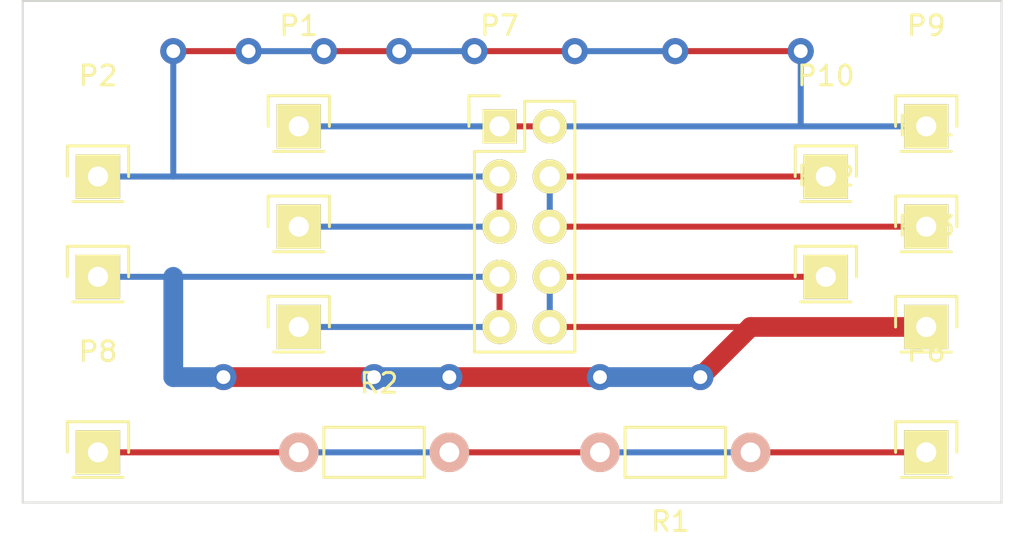
<source format=kicad_pcb>
(kicad_pcb (version 4) (host pcbnew 4.0.2+e4-6225~38~ubuntu16.04.1-stable)

  (general
    (links 21)
    (no_connects 0)
    (area 81.146867 91.389999 133.483134 119.1898)
    (thickness 1.6)
    (drawings 4)
    (tracks 67)
    (zones 0)
    (modules 15)
    (nets 6)
  )

  (page A4)
  (layers
    (0 F.Cu signal)
    (31 B.Cu signal)
    (32 B.Adhes user)
    (33 F.Adhes user)
    (34 B.Paste user)
    (35 F.Paste user)
    (36 B.SilkS user)
    (37 F.SilkS user)
    (38 B.Mask user)
    (39 F.Mask user)
    (40 Dwgs.User user)
    (41 Cmts.User user)
    (42 Eco1.User user)
    (43 Eco2.User user)
    (44 Edge.Cuts user)
    (45 Margin user)
    (46 B.CrtYd user)
    (47 F.CrtYd user)
    (48 B.Fab user)
    (49 F.Fab user)
  )

  (setup
    (last_trace_width 1)
    (user_trace_width 1)
    (trace_clearance 0.3048)
    (zone_clearance 0.508)
    (zone_45_only no)
    (trace_min 0.3048)
    (segment_width 0.2)
    (edge_width 0.1)
    (via_size 1.3208)
    (via_drill 0.7)
    (via_min_size 1.3208)
    (via_min_drill 0.7)
    (uvia_size 1.3208)
    (uvia_drill 0.7)
    (uvias_allowed no)
    (uvia_min_size 1.3208)
    (uvia_min_drill 0.7)
    (pcb_text_width 0.3)
    (pcb_text_size 1.5 1.5)
    (mod_edge_width 0.15)
    (mod_text_size 1 1)
    (mod_text_width 0.15)
    (pad_size 1.5 1.5)
    (pad_drill 0.6)
    (pad_to_mask_clearance 0)
    (aux_axis_origin 0 0)
    (visible_elements FFFFFF7F)
    (pcbplotparams
      (layerselection 0x00000_80000001)
      (usegerberextensions false)
      (excludeedgelayer true)
      (linewidth 0.100000)
      (plotframeref false)
      (viasonmask false)
      (mode 1)
      (useauxorigin false)
      (hpglpennumber 1)
      (hpglpenspeed 20)
      (hpglpendiameter 15)
      (hpglpenoverlay 2)
      (psnegative false)
      (psa4output false)
      (plotreference true)
      (plotvalue true)
      (plotinvisibletext false)
      (padsonsilk false)
      (subtractmaskfromsilk false)
      (outputformat 1)
      (mirror false)
      (drillshape 0)
      (scaleselection 1)
      (outputdirectory ""))
  )

  (net 0 "")
  (net 1 "Net-(P1-Pad1)")
  (net 2 "Net-(P4-Pad1)")
  (net 3 "Net-(P6-Pad1)")
  (net 4 "Net-(P10-Pad1)")
  (net 5 "Net-(P12-Pad1)")

  (net_class Default "This is the default net class."
    (clearance 0.3048)
    (trace_width 0.3048)
    (via_dia 1.3208)
    (via_drill 0.7)
    (uvia_dia 1.3208)
    (uvia_drill 0.7)
    (add_net "Net-(P1-Pad1)")
    (add_net "Net-(P10-Pad1)")
    (add_net "Net-(P12-Pad1)")
    (add_net "Net-(P4-Pad1)")
    (add_net "Net-(P6-Pad1)")
  )

  (module Pin_Headers:Pin_Header_Straight_1x01 (layer F.Cu) (tedit 54EA08DC) (tstamp 57912DBA)
    (at 96.52 97.79)
    (descr "Through hole pin header")
    (tags "pin header")
    (path /57912D01)
    (fp_text reference P1 (at 0 -5.1) (layer F.SilkS)
      (effects (font (size 1 1) (thickness 0.15)))
    )
    (fp_text value CONN_01X01 (at 0 -3.1) (layer F.Fab)
      (effects (font (size 1 1) (thickness 0.15)))
    )
    (fp_line (start 1.55 -1.55) (end 1.55 0) (layer F.SilkS) (width 0.15))
    (fp_line (start -1.75 -1.75) (end -1.75 1.75) (layer F.CrtYd) (width 0.05))
    (fp_line (start 1.75 -1.75) (end 1.75 1.75) (layer F.CrtYd) (width 0.05))
    (fp_line (start -1.75 -1.75) (end 1.75 -1.75) (layer F.CrtYd) (width 0.05))
    (fp_line (start -1.75 1.75) (end 1.75 1.75) (layer F.CrtYd) (width 0.05))
    (fp_line (start -1.55 0) (end -1.55 -1.55) (layer F.SilkS) (width 0.15))
    (fp_line (start -1.55 -1.55) (end 1.55 -1.55) (layer F.SilkS) (width 0.15))
    (fp_line (start -1.27 1.27) (end 1.27 1.27) (layer F.SilkS) (width 0.15))
    (pad 1 thru_hole rect (at 0 0) (size 2.2352 2.2352) (drill 1.016) (layers *.Cu *.Mask F.SilkS)
      (net 1 "Net-(P1-Pad1)"))
    (model Pin_Headers.3dshapes/Pin_Header_Straight_1x01.wrl
      (at (xyz 0 0 0))
      (scale (xyz 1 1 1))
      (rotate (xyz 0 0 90))
    )
  )

  (module Pin_Headers:Pin_Header_Straight_1x01 (layer F.Cu) (tedit 54EA08DC) (tstamp 57912DBF)
    (at 86.36 100.33)
    (descr "Through hole pin header")
    (tags "pin header")
    (path /57912D68)
    (fp_text reference P2 (at 0 -5.1) (layer F.SilkS)
      (effects (font (size 1 1) (thickness 0.15)))
    )
    (fp_text value CONN_01X01 (at 0 -3.1) (layer F.Fab)
      (effects (font (size 1 1) (thickness 0.15)))
    )
    (fp_line (start 1.55 -1.55) (end 1.55 0) (layer F.SilkS) (width 0.15))
    (fp_line (start -1.75 -1.75) (end -1.75 1.75) (layer F.CrtYd) (width 0.05))
    (fp_line (start 1.75 -1.75) (end 1.75 1.75) (layer F.CrtYd) (width 0.05))
    (fp_line (start -1.75 -1.75) (end 1.75 -1.75) (layer F.CrtYd) (width 0.05))
    (fp_line (start -1.75 1.75) (end 1.75 1.75) (layer F.CrtYd) (width 0.05))
    (fp_line (start -1.55 0) (end -1.55 -1.55) (layer F.SilkS) (width 0.15))
    (fp_line (start -1.55 -1.55) (end 1.55 -1.55) (layer F.SilkS) (width 0.15))
    (fp_line (start -1.27 1.27) (end 1.27 1.27) (layer F.SilkS) (width 0.15))
    (pad 1 thru_hole rect (at 0 0) (size 2.2352 2.2352) (drill 1.016) (layers *.Cu *.Mask F.SilkS)
      (net 1 "Net-(P1-Pad1)"))
    (model Pin_Headers.3dshapes/Pin_Header_Straight_1x01.wrl
      (at (xyz 0 0 0))
      (scale (xyz 1 1 1))
      (rotate (xyz 0 0 90))
    )
  )

  (module Pin_Headers:Pin_Header_Straight_1x01 (layer F.Cu) (tedit 54EA08DC) (tstamp 57912DC4)
    (at 96.52 102.87)
    (descr "Through hole pin header")
    (tags "pin header")
    (path /57912D8E)
    (fp_text reference P3 (at 0 -5.1) (layer F.SilkS)
      (effects (font (size 1 1) (thickness 0.15)))
    )
    (fp_text value CONN_01X01 (at 0 -3.1) (layer F.Fab)
      (effects (font (size 1 1) (thickness 0.15)))
    )
    (fp_line (start 1.55 -1.55) (end 1.55 0) (layer F.SilkS) (width 0.15))
    (fp_line (start -1.75 -1.75) (end -1.75 1.75) (layer F.CrtYd) (width 0.05))
    (fp_line (start 1.75 -1.75) (end 1.75 1.75) (layer F.CrtYd) (width 0.05))
    (fp_line (start -1.75 -1.75) (end 1.75 -1.75) (layer F.CrtYd) (width 0.05))
    (fp_line (start -1.75 1.75) (end 1.75 1.75) (layer F.CrtYd) (width 0.05))
    (fp_line (start -1.55 0) (end -1.55 -1.55) (layer F.SilkS) (width 0.15))
    (fp_line (start -1.55 -1.55) (end 1.55 -1.55) (layer F.SilkS) (width 0.15))
    (fp_line (start -1.27 1.27) (end 1.27 1.27) (layer F.SilkS) (width 0.15))
    (pad 1 thru_hole rect (at 0 0) (size 2.2352 2.2352) (drill 1.016) (layers *.Cu *.Mask F.SilkS)
      (net 1 "Net-(P1-Pad1)"))
    (model Pin_Headers.3dshapes/Pin_Header_Straight_1x01.wrl
      (at (xyz 0 0 0))
      (scale (xyz 1 1 1))
      (rotate (xyz 0 0 90))
    )
  )

  (module Pin_Headers:Pin_Header_Straight_1x01 (layer F.Cu) (tedit 54EA08DC) (tstamp 57912DC9)
    (at 86.36 105.41)
    (descr "Through hole pin header")
    (tags "pin header")
    (path /57912DB0)
    (fp_text reference P4 (at 0 -5.1) (layer F.SilkS)
      (effects (font (size 1 1) (thickness 0.15)))
    )
    (fp_text value CONN_01X01 (at 0 -3.1) (layer F.Fab)
      (effects (font (size 1 1) (thickness 0.15)))
    )
    (fp_line (start 1.55 -1.55) (end 1.55 0) (layer F.SilkS) (width 0.15))
    (fp_line (start -1.75 -1.75) (end -1.75 1.75) (layer F.CrtYd) (width 0.05))
    (fp_line (start 1.75 -1.75) (end 1.75 1.75) (layer F.CrtYd) (width 0.05))
    (fp_line (start -1.75 -1.75) (end 1.75 -1.75) (layer F.CrtYd) (width 0.05))
    (fp_line (start -1.75 1.75) (end 1.75 1.75) (layer F.CrtYd) (width 0.05))
    (fp_line (start -1.55 0) (end -1.55 -1.55) (layer F.SilkS) (width 0.15))
    (fp_line (start -1.55 -1.55) (end 1.55 -1.55) (layer F.SilkS) (width 0.15))
    (fp_line (start -1.27 1.27) (end 1.27 1.27) (layer F.SilkS) (width 0.15))
    (pad 1 thru_hole rect (at 0 0) (size 2.2352 2.2352) (drill 1.016) (layers *.Cu *.Mask F.SilkS)
      (net 2 "Net-(P4-Pad1)"))
    (model Pin_Headers.3dshapes/Pin_Header_Straight_1x01.wrl
      (at (xyz 0 0 0))
      (scale (xyz 1 1 1))
      (rotate (xyz 0 0 90))
    )
  )

  (module Pin_Headers:Pin_Header_Straight_1x01 (layer F.Cu) (tedit 54EA08DC) (tstamp 57912DCE)
    (at 96.52 107.95)
    (descr "Through hole pin header")
    (tags "pin header")
    (path /57912DDD)
    (fp_text reference P5 (at 0 -5.1) (layer F.SilkS)
      (effects (font (size 1 1) (thickness 0.15)))
    )
    (fp_text value CONN_01X01 (at 0 -3.1) (layer F.Fab)
      (effects (font (size 1 1) (thickness 0.15)))
    )
    (fp_line (start 1.55 -1.55) (end 1.55 0) (layer F.SilkS) (width 0.15))
    (fp_line (start -1.75 -1.75) (end -1.75 1.75) (layer F.CrtYd) (width 0.05))
    (fp_line (start 1.75 -1.75) (end 1.75 1.75) (layer F.CrtYd) (width 0.05))
    (fp_line (start -1.75 -1.75) (end 1.75 -1.75) (layer F.CrtYd) (width 0.05))
    (fp_line (start -1.75 1.75) (end 1.75 1.75) (layer F.CrtYd) (width 0.05))
    (fp_line (start -1.55 0) (end -1.55 -1.55) (layer F.SilkS) (width 0.15))
    (fp_line (start -1.55 -1.55) (end 1.55 -1.55) (layer F.SilkS) (width 0.15))
    (fp_line (start -1.27 1.27) (end 1.27 1.27) (layer F.SilkS) (width 0.15))
    (pad 1 thru_hole rect (at 0 0) (size 2.2352 2.2352) (drill 1.016) (layers *.Cu *.Mask F.SilkS)
      (net 2 "Net-(P4-Pad1)"))
    (model Pin_Headers.3dshapes/Pin_Header_Straight_1x01.wrl
      (at (xyz 0 0 0))
      (scale (xyz 1 1 1))
      (rotate (xyz 0 0 90))
    )
  )

  (module Pin_Headers:Pin_Header_Straight_1x01 (layer F.Cu) (tedit 54EA08DC) (tstamp 57912DD3)
    (at 128.27 114.3)
    (descr "Through hole pin header")
    (tags "pin header")
    (path /57912FFD)
    (fp_text reference P6 (at 0 -5.1) (layer F.SilkS)
      (effects (font (size 1 1) (thickness 0.15)))
    )
    (fp_text value CONN_01X01 (at 0 -3.1) (layer F.Fab)
      (effects (font (size 1 1) (thickness 0.15)))
    )
    (fp_line (start 1.55 -1.55) (end 1.55 0) (layer F.SilkS) (width 0.15))
    (fp_line (start -1.75 -1.75) (end -1.75 1.75) (layer F.CrtYd) (width 0.05))
    (fp_line (start 1.75 -1.75) (end 1.75 1.75) (layer F.CrtYd) (width 0.05))
    (fp_line (start -1.75 -1.75) (end 1.75 -1.75) (layer F.CrtYd) (width 0.05))
    (fp_line (start -1.75 1.75) (end 1.75 1.75) (layer F.CrtYd) (width 0.05))
    (fp_line (start -1.55 0) (end -1.55 -1.55) (layer F.SilkS) (width 0.15))
    (fp_line (start -1.55 -1.55) (end 1.55 -1.55) (layer F.SilkS) (width 0.15))
    (fp_line (start -1.27 1.27) (end 1.27 1.27) (layer F.SilkS) (width 0.15))
    (pad 1 thru_hole rect (at 0 0) (size 2.2352 2.2352) (drill 1.016) (layers *.Cu *.Mask F.SilkS)
      (net 3 "Net-(P6-Pad1)"))
    (model Pin_Headers.3dshapes/Pin_Header_Straight_1x01.wrl
      (at (xyz 0 0 0))
      (scale (xyz 1 1 1))
      (rotate (xyz 0 0 90))
    )
  )

  (module Pin_Headers:Pin_Header_Straight_2x05 (layer F.Cu) (tedit 0) (tstamp 57912DE1)
    (at 106.68 97.79)
    (descr "Through hole pin header")
    (tags "pin header")
    (path /57912B64)
    (fp_text reference P7 (at 0 -5.1) (layer F.SilkS)
      (effects (font (size 1 1) (thickness 0.15)))
    )
    (fp_text value CONN_02X05 (at 0 -3.1) (layer F.Fab)
      (effects (font (size 1 1) (thickness 0.15)))
    )
    (fp_line (start -1.75 -1.75) (end -1.75 11.95) (layer F.CrtYd) (width 0.05))
    (fp_line (start 4.3 -1.75) (end 4.3 11.95) (layer F.CrtYd) (width 0.05))
    (fp_line (start -1.75 -1.75) (end 4.3 -1.75) (layer F.CrtYd) (width 0.05))
    (fp_line (start -1.75 11.95) (end 4.3 11.95) (layer F.CrtYd) (width 0.05))
    (fp_line (start 3.81 -1.27) (end 3.81 11.43) (layer F.SilkS) (width 0.15))
    (fp_line (start 3.81 11.43) (end -1.27 11.43) (layer F.SilkS) (width 0.15))
    (fp_line (start -1.27 11.43) (end -1.27 1.27) (layer F.SilkS) (width 0.15))
    (fp_line (start 3.81 -1.27) (end 1.27 -1.27) (layer F.SilkS) (width 0.15))
    (fp_line (start 0 -1.55) (end -1.55 -1.55) (layer F.SilkS) (width 0.15))
    (fp_line (start 1.27 -1.27) (end 1.27 1.27) (layer F.SilkS) (width 0.15))
    (fp_line (start 1.27 1.27) (end -1.27 1.27) (layer F.SilkS) (width 0.15))
    (fp_line (start -1.55 -1.55) (end -1.55 0) (layer F.SilkS) (width 0.15))
    (pad 1 thru_hole rect (at 0 0) (size 1.7272 1.7272) (drill 1.016) (layers *.Cu *.Mask F.SilkS)
      (net 1 "Net-(P1-Pad1)"))
    (pad 2 thru_hole oval (at 2.54 0) (size 1.7272 1.7272) (drill 1.016) (layers *.Cu *.Mask F.SilkS)
      (net 1 "Net-(P1-Pad1)"))
    (pad 3 thru_hole oval (at 0 2.54) (size 1.7272 1.7272) (drill 1.016) (layers *.Cu *.Mask F.SilkS)
      (net 1 "Net-(P1-Pad1)"))
    (pad 4 thru_hole oval (at 2.54 2.54) (size 1.7272 1.7272) (drill 1.016) (layers *.Cu *.Mask F.SilkS)
      (net 4 "Net-(P10-Pad1)"))
    (pad 5 thru_hole oval (at 0 5.08) (size 1.7272 1.7272) (drill 1.016) (layers *.Cu *.Mask F.SilkS)
      (net 1 "Net-(P1-Pad1)"))
    (pad 6 thru_hole oval (at 2.54 5.08) (size 1.7272 1.7272) (drill 1.016) (layers *.Cu *.Mask F.SilkS)
      (net 4 "Net-(P10-Pad1)"))
    (pad 7 thru_hole oval (at 0 7.62) (size 1.7272 1.7272) (drill 1.016) (layers *.Cu *.Mask F.SilkS)
      (net 2 "Net-(P4-Pad1)"))
    (pad 8 thru_hole oval (at 2.54 7.62) (size 1.7272 1.7272) (drill 1.016) (layers *.Cu *.Mask F.SilkS)
      (net 5 "Net-(P12-Pad1)"))
    (pad 9 thru_hole oval (at 0 10.16) (size 1.7272 1.7272) (drill 1.016) (layers *.Cu *.Mask F.SilkS)
      (net 2 "Net-(P4-Pad1)"))
    (pad 10 thru_hole oval (at 2.54 10.16) (size 1.7272 1.7272) (drill 1.016) (layers *.Cu *.Mask F.SilkS)
      (net 5 "Net-(P12-Pad1)"))
    (model Pin_Headers.3dshapes/Pin_Header_Straight_2x05.wrl
      (at (xyz 0.05 -0.2 0))
      (scale (xyz 1 1 1))
      (rotate (xyz 0 0 90))
    )
  )

  (module Pin_Headers:Pin_Header_Straight_1x01 (layer F.Cu) (tedit 54EA08DC) (tstamp 57912DE6)
    (at 86.36 114.3)
    (descr "Through hole pin header")
    (tags "pin header")
    (path /57913069)
    (fp_text reference P8 (at 0 -5.1) (layer F.SilkS)
      (effects (font (size 1 1) (thickness 0.15)))
    )
    (fp_text value CONN_01X01 (at 0 -3.1) (layer F.Fab)
      (effects (font (size 1 1) (thickness 0.15)))
    )
    (fp_line (start 1.55 -1.55) (end 1.55 0) (layer F.SilkS) (width 0.15))
    (fp_line (start -1.75 -1.75) (end -1.75 1.75) (layer F.CrtYd) (width 0.05))
    (fp_line (start 1.75 -1.75) (end 1.75 1.75) (layer F.CrtYd) (width 0.05))
    (fp_line (start -1.75 -1.75) (end 1.75 -1.75) (layer F.CrtYd) (width 0.05))
    (fp_line (start -1.75 1.75) (end 1.75 1.75) (layer F.CrtYd) (width 0.05))
    (fp_line (start -1.55 0) (end -1.55 -1.55) (layer F.SilkS) (width 0.15))
    (fp_line (start -1.55 -1.55) (end 1.55 -1.55) (layer F.SilkS) (width 0.15))
    (fp_line (start -1.27 1.27) (end 1.27 1.27) (layer F.SilkS) (width 0.15))
    (pad 1 thru_hole rect (at 0 0) (size 2.2352 2.2352) (drill 1.016) (layers *.Cu *.Mask F.SilkS)
      (net 3 "Net-(P6-Pad1)"))
    (model Pin_Headers.3dshapes/Pin_Header_Straight_1x01.wrl
      (at (xyz 0 0 0))
      (scale (xyz 1 1 1))
      (rotate (xyz 0 0 90))
    )
  )

  (module Pin_Headers:Pin_Header_Straight_1x01 (layer F.Cu) (tedit 54EA08DC) (tstamp 57912DEB)
    (at 128.27 97.79)
    (descr "Through hole pin header")
    (tags "pin header")
    (path /57912E0D)
    (fp_text reference P9 (at 0 -5.1) (layer F.SilkS)
      (effects (font (size 1 1) (thickness 0.15)))
    )
    (fp_text value CONN_01X01 (at 0 -3.1) (layer F.Fab)
      (effects (font (size 1 1) (thickness 0.15)))
    )
    (fp_line (start 1.55 -1.55) (end 1.55 0) (layer F.SilkS) (width 0.15))
    (fp_line (start -1.75 -1.75) (end -1.75 1.75) (layer F.CrtYd) (width 0.05))
    (fp_line (start 1.75 -1.75) (end 1.75 1.75) (layer F.CrtYd) (width 0.05))
    (fp_line (start -1.75 -1.75) (end 1.75 -1.75) (layer F.CrtYd) (width 0.05))
    (fp_line (start -1.75 1.75) (end 1.75 1.75) (layer F.CrtYd) (width 0.05))
    (fp_line (start -1.55 0) (end -1.55 -1.55) (layer F.SilkS) (width 0.15))
    (fp_line (start -1.55 -1.55) (end 1.55 -1.55) (layer F.SilkS) (width 0.15))
    (fp_line (start -1.27 1.27) (end 1.27 1.27) (layer F.SilkS) (width 0.15))
    (pad 1 thru_hole rect (at 0 0) (size 2.2352 2.2352) (drill 1.016) (layers *.Cu *.Mask F.SilkS)
      (net 1 "Net-(P1-Pad1)"))
    (model Pin_Headers.3dshapes/Pin_Header_Straight_1x01.wrl
      (at (xyz 0 0 0))
      (scale (xyz 1 1 1))
      (rotate (xyz 0 0 90))
    )
  )

  (module Pin_Headers:Pin_Header_Straight_1x01 (layer F.Cu) (tedit 54EA08DC) (tstamp 57912DF0)
    (at 123.19 100.33)
    (descr "Through hole pin header")
    (tags "pin header")
    (path /57912EA4)
    (fp_text reference P10 (at 0 -5.1) (layer F.SilkS)
      (effects (font (size 1 1) (thickness 0.15)))
    )
    (fp_text value CONN_01X01 (at 0 -3.1) (layer F.Fab)
      (effects (font (size 1 1) (thickness 0.15)))
    )
    (fp_line (start 1.55 -1.55) (end 1.55 0) (layer F.SilkS) (width 0.15))
    (fp_line (start -1.75 -1.75) (end -1.75 1.75) (layer F.CrtYd) (width 0.05))
    (fp_line (start 1.75 -1.75) (end 1.75 1.75) (layer F.CrtYd) (width 0.05))
    (fp_line (start -1.75 -1.75) (end 1.75 -1.75) (layer F.CrtYd) (width 0.05))
    (fp_line (start -1.75 1.75) (end 1.75 1.75) (layer F.CrtYd) (width 0.05))
    (fp_line (start -1.55 0) (end -1.55 -1.55) (layer F.SilkS) (width 0.15))
    (fp_line (start -1.55 -1.55) (end 1.55 -1.55) (layer F.SilkS) (width 0.15))
    (fp_line (start -1.27 1.27) (end 1.27 1.27) (layer F.SilkS) (width 0.15))
    (pad 1 thru_hole rect (at 0 0) (size 2.2352 2.2352) (drill 1.016) (layers *.Cu *.Mask F.SilkS)
      (net 4 "Net-(P10-Pad1)"))
    (model Pin_Headers.3dshapes/Pin_Header_Straight_1x01.wrl
      (at (xyz 0 0 0))
      (scale (xyz 1 1 1))
      (rotate (xyz 0 0 90))
    )
  )

  (module Pin_Headers:Pin_Header_Straight_1x01 (layer F.Cu) (tedit 54EA08DC) (tstamp 57912DF5)
    (at 128.27 102.87)
    (descr "Through hole pin header")
    (tags "pin header")
    (path /57912ED2)
    (fp_text reference P11 (at 0 -5.1) (layer F.SilkS)
      (effects (font (size 1 1) (thickness 0.15)))
    )
    (fp_text value CONN_01X01 (at 0 -3.1) (layer F.Fab)
      (effects (font (size 1 1) (thickness 0.15)))
    )
    (fp_line (start 1.55 -1.55) (end 1.55 0) (layer F.SilkS) (width 0.15))
    (fp_line (start -1.75 -1.75) (end -1.75 1.75) (layer F.CrtYd) (width 0.05))
    (fp_line (start 1.75 -1.75) (end 1.75 1.75) (layer F.CrtYd) (width 0.05))
    (fp_line (start -1.75 -1.75) (end 1.75 -1.75) (layer F.CrtYd) (width 0.05))
    (fp_line (start -1.75 1.75) (end 1.75 1.75) (layer F.CrtYd) (width 0.05))
    (fp_line (start -1.55 0) (end -1.55 -1.55) (layer F.SilkS) (width 0.15))
    (fp_line (start -1.55 -1.55) (end 1.55 -1.55) (layer F.SilkS) (width 0.15))
    (fp_line (start -1.27 1.27) (end 1.27 1.27) (layer F.SilkS) (width 0.15))
    (pad 1 thru_hole rect (at 0 0) (size 2.2352 2.2352) (drill 1.016) (layers *.Cu *.Mask F.SilkS)
      (net 4 "Net-(P10-Pad1)"))
    (model Pin_Headers.3dshapes/Pin_Header_Straight_1x01.wrl
      (at (xyz 0 0 0))
      (scale (xyz 1 1 1))
      (rotate (xyz 0 0 90))
    )
  )

  (module Pin_Headers:Pin_Header_Straight_1x01 (layer F.Cu) (tedit 54EA08DC) (tstamp 57912DFA)
    (at 123.19 105.41)
    (descr "Through hole pin header")
    (tags "pin header")
    (path /57912F19)
    (fp_text reference P12 (at 0 -5.1) (layer F.SilkS)
      (effects (font (size 1 1) (thickness 0.15)))
    )
    (fp_text value CONN_01X01 (at 0 -3.1) (layer F.Fab)
      (effects (font (size 1 1) (thickness 0.15)))
    )
    (fp_line (start 1.55 -1.55) (end 1.55 0) (layer F.SilkS) (width 0.15))
    (fp_line (start -1.75 -1.75) (end -1.75 1.75) (layer F.CrtYd) (width 0.05))
    (fp_line (start 1.75 -1.75) (end 1.75 1.75) (layer F.CrtYd) (width 0.05))
    (fp_line (start -1.75 -1.75) (end 1.75 -1.75) (layer F.CrtYd) (width 0.05))
    (fp_line (start -1.75 1.75) (end 1.75 1.75) (layer F.CrtYd) (width 0.05))
    (fp_line (start -1.55 0) (end -1.55 -1.55) (layer F.SilkS) (width 0.15))
    (fp_line (start -1.55 -1.55) (end 1.55 -1.55) (layer F.SilkS) (width 0.15))
    (fp_line (start -1.27 1.27) (end 1.27 1.27) (layer F.SilkS) (width 0.15))
    (pad 1 thru_hole rect (at 0 0) (size 2.2352 2.2352) (drill 1.016) (layers *.Cu *.Mask F.SilkS)
      (net 5 "Net-(P12-Pad1)"))
    (model Pin_Headers.3dshapes/Pin_Header_Straight_1x01.wrl
      (at (xyz 0 0 0))
      (scale (xyz 1 1 1))
      (rotate (xyz 0 0 90))
    )
  )

  (module Pin_Headers:Pin_Header_Straight_1x01 (layer F.Cu) (tedit 54EA08DC) (tstamp 57912DFF)
    (at 128.27 107.95)
    (descr "Through hole pin header")
    (tags "pin header")
    (path /57912F4D)
    (fp_text reference P13 (at 0 -5.1) (layer F.SilkS)
      (effects (font (size 1 1) (thickness 0.15)))
    )
    (fp_text value CONN_01X01 (at 0 -3.1) (layer F.Fab)
      (effects (font (size 1 1) (thickness 0.15)))
    )
    (fp_line (start 1.55 -1.55) (end 1.55 0) (layer F.SilkS) (width 0.15))
    (fp_line (start -1.75 -1.75) (end -1.75 1.75) (layer F.CrtYd) (width 0.05))
    (fp_line (start 1.75 -1.75) (end 1.75 1.75) (layer F.CrtYd) (width 0.05))
    (fp_line (start -1.75 -1.75) (end 1.75 -1.75) (layer F.CrtYd) (width 0.05))
    (fp_line (start -1.75 1.75) (end 1.75 1.75) (layer F.CrtYd) (width 0.05))
    (fp_line (start -1.55 0) (end -1.55 -1.55) (layer F.SilkS) (width 0.15))
    (fp_line (start -1.55 -1.55) (end 1.55 -1.55) (layer F.SilkS) (width 0.15))
    (fp_line (start -1.27 1.27) (end 1.27 1.27) (layer F.SilkS) (width 0.15))
    (pad 1 thru_hole rect (at 0 0) (size 2.2352 2.2352) (drill 1.016) (layers *.Cu *.Mask F.SilkS)
      (net 5 "Net-(P12-Pad1)"))
    (model Pin_Headers.3dshapes/Pin_Header_Straight_1x01.wrl
      (at (xyz 0 0 0))
      (scale (xyz 1 1 1))
      (rotate (xyz 0 0 90))
    )
  )

  (module Resistors_ThroughHole:Resistor_Horizontal_RM7mm (layer F.Cu) (tedit 569FCF07) (tstamp 57912E05)
    (at 119.38 114.3 180)
    (descr "Resistor, Axial,  RM 7.62mm, 1/3W,")
    (tags "Resistor Axial RM 7.62mm 1/3W R3")
    (path /57912B26)
    (fp_text reference R1 (at 4.05892 -3.50012 180) (layer F.SilkS)
      (effects (font (size 1 1) (thickness 0.15)))
    )
    (fp_text value R (at 3.81 3.81 180) (layer F.Fab)
      (effects (font (size 1 1) (thickness 0.15)))
    )
    (fp_line (start -1.25 -1.5) (end 8.85 -1.5) (layer F.CrtYd) (width 0.05))
    (fp_line (start -1.25 1.5) (end -1.25 -1.5) (layer F.CrtYd) (width 0.05))
    (fp_line (start 8.85 -1.5) (end 8.85 1.5) (layer F.CrtYd) (width 0.05))
    (fp_line (start -1.25 1.5) (end 8.85 1.5) (layer F.CrtYd) (width 0.05))
    (fp_line (start 1.27 -1.27) (end 6.35 -1.27) (layer F.SilkS) (width 0.15))
    (fp_line (start 6.35 -1.27) (end 6.35 1.27) (layer F.SilkS) (width 0.15))
    (fp_line (start 6.35 1.27) (end 1.27 1.27) (layer F.SilkS) (width 0.15))
    (fp_line (start 1.27 1.27) (end 1.27 -1.27) (layer F.SilkS) (width 0.15))
    (pad 1 thru_hole circle (at 0 0 180) (size 1.99898 1.99898) (drill 1.00076) (layers *.Cu *.SilkS *.Mask)
      (net 3 "Net-(P6-Pad1)"))
    (pad 2 thru_hole circle (at 7.62 0 180) (size 1.99898 1.99898) (drill 1.00076) (layers *.Cu *.SilkS *.Mask)
      (net 3 "Net-(P6-Pad1)"))
  )

  (module Resistors_ThroughHole:Resistor_Horizontal_RM7mm (layer F.Cu) (tedit 569FCF07) (tstamp 57912E0B)
    (at 96.52 114.3)
    (descr "Resistor, Axial,  RM 7.62mm, 1/3W,")
    (tags "Resistor Axial RM 7.62mm 1/3W R3")
    (path /57912AD6)
    (fp_text reference R2 (at 4.05892 -3.50012) (layer F.SilkS)
      (effects (font (size 1 1) (thickness 0.15)))
    )
    (fp_text value R (at 3.81 3.81) (layer F.Fab)
      (effects (font (size 1 1) (thickness 0.15)))
    )
    (fp_line (start -1.25 -1.5) (end 8.85 -1.5) (layer F.CrtYd) (width 0.05))
    (fp_line (start -1.25 1.5) (end -1.25 -1.5) (layer F.CrtYd) (width 0.05))
    (fp_line (start 8.85 -1.5) (end 8.85 1.5) (layer F.CrtYd) (width 0.05))
    (fp_line (start -1.25 1.5) (end 8.85 1.5) (layer F.CrtYd) (width 0.05))
    (fp_line (start 1.27 -1.27) (end 6.35 -1.27) (layer F.SilkS) (width 0.15))
    (fp_line (start 6.35 -1.27) (end 6.35 1.27) (layer F.SilkS) (width 0.15))
    (fp_line (start 6.35 1.27) (end 1.27 1.27) (layer F.SilkS) (width 0.15))
    (fp_line (start 1.27 1.27) (end 1.27 -1.27) (layer F.SilkS) (width 0.15))
    (pad 1 thru_hole circle (at 0 0) (size 1.99898 1.99898) (drill 1.00076) (layers *.Cu *.SilkS *.Mask)
      (net 3 "Net-(P6-Pad1)"))
    (pad 2 thru_hole circle (at 7.62 0) (size 1.99898 1.99898) (drill 1.00076) (layers *.Cu *.SilkS *.Mask)
      (net 3 "Net-(P6-Pad1)"))
  )

  (gr_line (start 82.55 116.84) (end 82.55 91.44) (angle 90) (layer Edge.Cuts) (width 0.1))
  (gr_line (start 132.08 116.84) (end 82.55 116.84) (angle 90) (layer Edge.Cuts) (width 0.1))
  (gr_line (start 132.08 91.44) (end 132.08 116.84) (angle 90) (layer Edge.Cuts) (width 0.1))
  (gr_line (start 82.55 91.44) (end 132.08 91.44) (angle 90) (layer Edge.Cuts) (width 0.1))

  (segment (start 90.17 100.33) (end 90.17 93.98) (width 0.3048) (layer B.Cu) (net 1))
  (segment (start 121.92 93.98) (end 121.92 97.79) (width 0.3048) (layer B.Cu) (net 1) (tstamp 57912F44))
  (via (at 121.92 93.98) (size 1.3208) (drill 0.7) (layers F.Cu B.Cu) (net 1))
  (segment (start 115.57 93.98) (end 121.92 93.98) (width 0.3048) (layer F.Cu) (net 1) (tstamp 57912F41))
  (via (at 115.57 93.98) (size 1.3208) (drill 0.7) (layers F.Cu B.Cu) (net 1))
  (segment (start 110.49 93.98) (end 115.57 93.98) (width 0.3048) (layer B.Cu) (net 1) (tstamp 57912F3E))
  (via (at 110.49 93.98) (size 1.3208) (drill 0.7) (layers F.Cu B.Cu) (net 1))
  (segment (start 105.41 93.98) (end 110.49 93.98) (width 0.3048) (layer F.Cu) (net 1) (tstamp 57912F3B))
  (via (at 105.41 93.98) (size 1.3208) (drill 0.7) (layers F.Cu B.Cu) (net 1))
  (segment (start 101.6 93.98) (end 105.41 93.98) (width 0.3048) (layer B.Cu) (net 1) (tstamp 57912F38))
  (via (at 101.6 93.98) (size 1.3208) (drill 0.7) (layers F.Cu B.Cu) (net 1))
  (segment (start 97.79 93.98) (end 101.6 93.98) (width 0.3048) (layer F.Cu) (net 1) (tstamp 57912F35))
  (via (at 97.79 93.98) (size 1.3208) (drill 0.7) (layers F.Cu B.Cu) (net 1))
  (segment (start 93.98 93.98) (end 97.79 93.98) (width 0.3048) (layer B.Cu) (net 1) (tstamp 57912F32))
  (via (at 93.98 93.98) (size 1.3208) (drill 0.7) (layers F.Cu B.Cu) (net 1))
  (segment (start 90.17 93.98) (end 93.98 93.98) (width 0.3048) (layer F.Cu) (net 1) (tstamp 57912F2F))
  (via (at 90.17 93.98) (size 1.3208) (drill 0.7) (layers F.Cu B.Cu) (net 1))
  (segment (start 96.52 97.79) (end 106.68 97.79) (width 0.3048) (layer B.Cu) (net 1))
  (via (at 106.68 97.79) (size 1.3208) (drill 0.7) (layers F.Cu B.Cu) (net 1))
  (segment (start 106.68 97.79) (end 109.22 97.79) (width 0.3048) (layer F.Cu) (net 1) (tstamp 57912EE2))
  (via (at 109.22 97.79) (size 1.3208) (drill 0.7) (layers F.Cu B.Cu) (net 1))
  (segment (start 109.22 97.79) (end 121.92 97.79) (width 0.3048) (layer B.Cu) (net 1) (tstamp 57912EE5))
  (segment (start 121.92 97.79) (end 128.27 97.79) (width 0.3048) (layer B.Cu) (net 1) (tstamp 57912F4D))
  (segment (start 86.36 100.33) (end 90.17 100.33) (width 0.3048) (layer B.Cu) (net 1))
  (segment (start 90.17 100.33) (end 106.68 100.33) (width 0.3048) (layer B.Cu) (net 1) (tstamp 57912F28))
  (via (at 106.68 100.33) (size 1.3208) (drill 0.7) (layers F.Cu B.Cu) (net 1))
  (segment (start 106.68 100.33) (end 106.68 102.87) (width 0.3048) (layer F.Cu) (net 1) (tstamp 57912EDA))
  (via (at 106.68 102.87) (size 1.3208) (drill 0.7) (layers F.Cu B.Cu) (net 1))
  (segment (start 106.68 102.87) (end 96.52 102.87) (width 0.3048) (layer B.Cu) (net 1) (tstamp 57912EDD))
  (segment (start 90.17 105.41) (end 90.17 110.49) (width 1) (layer B.Cu) (net 2))
  (segment (start 90.17 110.49) (end 92.71 110.49) (width 1) (layer B.Cu) (net 2) (tstamp 57912F8C))
  (segment (start 86.36 105.41) (end 90.17 105.41) (width 0.3048) (layer B.Cu) (net 2))
  (segment (start 90.17 105.41) (end 106.68 105.41) (width 0.3048) (layer B.Cu) (net 2) (tstamp 57912F8A))
  (via (at 106.68 105.41) (size 1.3208) (drill 0.7) (layers F.Cu B.Cu) (net 2))
  (segment (start 106.68 105.41) (end 106.68 107.95) (width 0.3048) (layer F.Cu) (net 2) (tstamp 57912EEF))
  (via (at 106.68 107.95) (size 1.3208) (drill 0.7) (layers F.Cu B.Cu) (net 2))
  (segment (start 106.68 107.95) (end 96.52 107.95) (width 0.3048) (layer B.Cu) (net 2) (tstamp 57912EF2))
  (segment (start 86.36 114.3) (end 96.52 114.3) (width 0.3048) (layer F.Cu) (net 3))
  (via (at 96.52 114.3) (size 1.3208) (drill 0.7) (layers F.Cu B.Cu) (net 3))
  (segment (start 96.52 114.3) (end 104.14 114.3) (width 0.3048) (layer B.Cu) (net 3) (tstamp 57912F09))
  (via (at 104.14 114.3) (size 1.3208) (drill 0.7) (layers F.Cu B.Cu) (net 3))
  (segment (start 104.14 114.3) (end 111.76 114.3) (width 0.3048) (layer F.Cu) (net 3) (tstamp 57912F0C))
  (via (at 111.76 114.3) (size 1.3208) (drill 0.7) (layers F.Cu B.Cu) (net 3))
  (segment (start 111.76 114.3) (end 119.38 114.3) (width 0.3048) (layer B.Cu) (net 3) (tstamp 57912F0F))
  (via (at 119.38 114.3) (size 1.3208) (drill 0.7) (layers F.Cu B.Cu) (net 3))
  (segment (start 119.38 114.3) (end 128.27 114.3) (width 0.3048) (layer F.Cu) (net 3) (tstamp 57912F12))
  (segment (start 123.19 100.33) (end 109.22 100.33) (width 0.3048) (layer F.Cu) (net 4))
  (via (at 109.22 100.33) (size 1.3208) (drill 0.7) (layers F.Cu B.Cu) (net 4))
  (segment (start 109.22 100.33) (end 109.22 102.87) (width 0.3048) (layer B.Cu) (net 4) (tstamp 57912F01))
  (via (at 109.22 102.87) (size 1.3208) (drill 0.7) (layers F.Cu B.Cu) (net 4))
  (segment (start 109.22 102.87) (end 128.27 102.87) (width 0.3048) (layer F.Cu) (net 4) (tstamp 57912F04))
  (segment (start 119.38 107.95) (end 128.27 107.95) (width 1) (layer F.Cu) (net 5) (tstamp 57912FA5))
  (segment (start 116.84 110.49) (end 119.38 107.95) (width 1) (layer F.Cu) (net 5) (tstamp 57912FA4))
  (via (at 116.84 110.49) (size 1.3208) (drill 0.7) (layers F.Cu B.Cu) (net 5))
  (segment (start 111.76 110.49) (end 116.84 110.49) (width 1) (layer B.Cu) (net 5) (tstamp 57912F9B))
  (via (at 111.76 110.49) (size 1.3208) (drill 0.7) (layers F.Cu B.Cu) (net 5))
  (segment (start 104.14 110.49) (end 111.76 110.49) (width 1) (layer F.Cu) (net 5) (tstamp 57912F98))
  (via (at 104.14 110.49) (size 1.3208) (drill 0.7) (layers F.Cu B.Cu) (net 5))
  (segment (start 100.33 110.49) (end 104.14 110.49) (width 1) (layer B.Cu) (net 5) (tstamp 57912F95))
  (via (at 100.33 110.49) (size 1.3208) (drill 0.7) (layers F.Cu B.Cu) (net 5))
  (segment (start 92.71 110.49) (end 100.33 110.49) (width 1) (layer F.Cu) (net 5) (tstamp 57912F92))
  (via (at 92.71 110.49) (size 1.3208) (drill 0.7) (layers F.Cu B.Cu) (net 5))
  (segment (start 128.27 107.95) (end 109.22 107.95) (width 0.3048) (layer F.Cu) (net 5))
  (via (at 109.22 107.95) (size 1.3208) (drill 0.7) (layers F.Cu B.Cu) (net 5))
  (segment (start 109.22 107.95) (end 109.22 105.41) (width 0.3048) (layer B.Cu) (net 5) (tstamp 57912EF9))
  (via (at 109.22 105.41) (size 1.3208) (drill 0.7) (layers F.Cu B.Cu) (net 5))
  (segment (start 109.22 105.41) (end 123.19 105.41) (width 0.3048) (layer F.Cu) (net 5) (tstamp 57912EFC))

)

</source>
